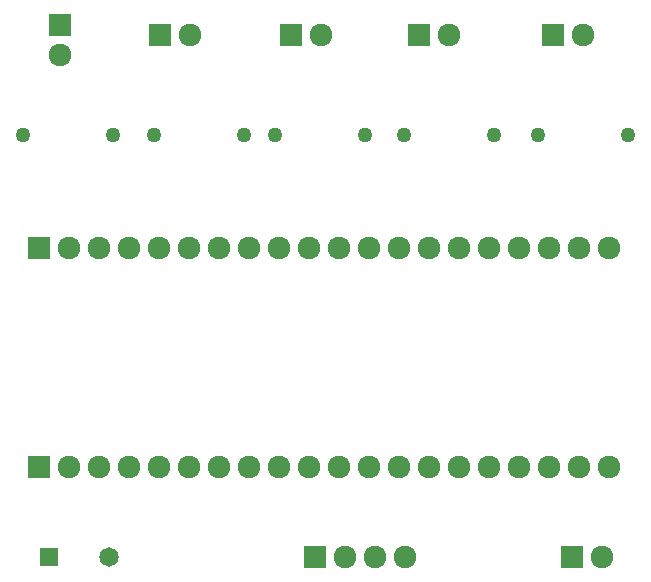
<source format=gbr>
G04 DipTrace 4.2.0.1*
G04 1 - Top.gbr*
%MOIN*%
G04 #@! TF.FileFunction,Copper,L1,Top*
G04 #@! TF.Part,Single*
G04 #@! TA.AperFunction,ComponentPad*
%ADD16R,0.075591X0.075591*%
%ADD17C,0.075591*%
%ADD19R,0.064961X0.064961*%
%ADD20C,0.064961*%
%ADD21C,0.05*%
%ADD22C,0.05*%
%FSLAX26Y26*%
G04*
G70*
G90*
G75*
G01*
G04 Top*
%LPD*%
D16*
X1177789Y2433953D3*
D17*
X1277789D3*
D16*
X1614063D3*
D17*
X1714063D3*
D16*
X2042042D3*
D17*
X2142042D3*
D16*
X2488978D3*
D17*
X2588978D3*
D16*
X843150Y2465980D3*
D17*
Y2365980D3*
D16*
X1695549Y694866D3*
D17*
X1795549D3*
X1895549D3*
X1995549D3*
D19*
X809302D3*
D20*
X1009302D3*
D21*
X1457374Y2101039D3*
D22*
X1157374D3*
D21*
X1862291D3*
D22*
X1562291D3*
D21*
X2290270D3*
D22*
X1990270D3*
D21*
X2737206D3*
D22*
X2437206D3*
D21*
X1021425D3*
D22*
X721425D3*
D16*
X773197Y1724434D3*
D17*
X873197D3*
X973197D3*
X1073197D3*
X1173197D3*
X1273197D3*
X1373197D3*
X1473197D3*
X1573197D3*
X1673197D3*
X1773197D3*
X1873197D3*
X1973197D3*
X2073197D3*
X2173197D3*
X2273197D3*
X2373197D3*
X2473197D3*
X2573197D3*
X2673197D3*
D16*
X773197Y995368D3*
D17*
X873197D3*
X973197D3*
X1073197D3*
X1173197D3*
X1273197D3*
X1373197D3*
X1473197D3*
X1573197D3*
X1673197D3*
X1773197D3*
X1873197D3*
X1973197D3*
X2073197D3*
X2173197D3*
X2273197D3*
X2373197D3*
X2473197D3*
X2573197D3*
X2673197D3*
D16*
X2551760Y694866D3*
D17*
X2651760D3*
M02*

</source>
